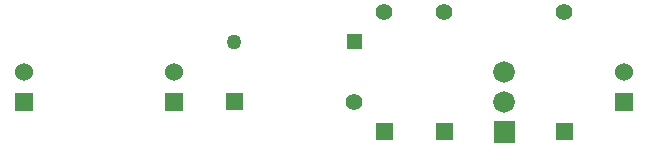
<source format=gbr>
G04 start of page 3 for group 1 idx 1 *
G04 Title: (unknown), solder *
G04 Creator: pcb 20110918 *
G04 CreationDate: Fri 31 May 2013 11:40:48 PM GMT UTC *
G04 For: commonadmin *
G04 Format: Gerber/RS-274X *
G04 PCB-Dimensions: 600000 500000 *
G04 PCB-Coordinate-Origin: lower left *
%MOIN*%
%FSLAX25Y25*%
%LNBOTTOM*%
%ADD29C,0.0420*%
%ADD28C,0.0380*%
%ADD27C,0.0200*%
%ADD26C,0.0300*%
%ADD25C,0.0720*%
%ADD24C,0.0500*%
%ADD23C,0.0600*%
%ADD22C,0.0550*%
%ADD21C,0.0001*%
G54D21*G36*
X147250Y22750D02*Y17250D01*
X152750D01*
Y22750D01*
X147250D01*
G37*
G54D22*X150000Y60000D03*
G54D21*G36*
X137500Y52500D02*Y47500D01*
X142500D01*
Y52500D01*
X137500D01*
G37*
G54D22*X140000Y30000D03*
G54D21*G36*
X77000Y33000D02*Y27000D01*
X83000D01*
Y33000D01*
X77000D01*
G37*
G54D23*X80000Y40000D03*
G54D21*G36*
X27000Y33000D02*Y27000D01*
X33000D01*
Y33000D01*
X27000D01*
G37*
G54D23*X30000Y40000D03*
G54D24*X100000Y50000D03*
G54D21*G36*
X97250Y32750D02*Y27250D01*
X102750D01*
Y32750D01*
X97250D01*
G37*
G36*
X186400Y23600D02*Y16400D01*
X193600D01*
Y23600D01*
X186400D01*
G37*
G36*
X227000Y33000D02*Y27000D01*
X233000D01*
Y33000D01*
X227000D01*
G37*
G54D23*X230000Y40000D03*
G54D21*G36*
X207250Y22750D02*Y17250D01*
X212750D01*
Y22750D01*
X207250D01*
G37*
G54D22*X210000Y60000D03*
G54D25*X190000Y30000D03*
Y40000D03*
G54D21*G36*
X167250Y22750D02*Y17250D01*
X172750D01*
Y22750D01*
X167250D01*
G37*
G54D22*X170000Y60000D03*
G54D26*G54D27*G54D26*G54D28*G54D27*G54D26*G54D29*G54D28*G54D26*G54D29*G54D26*M02*

</source>
